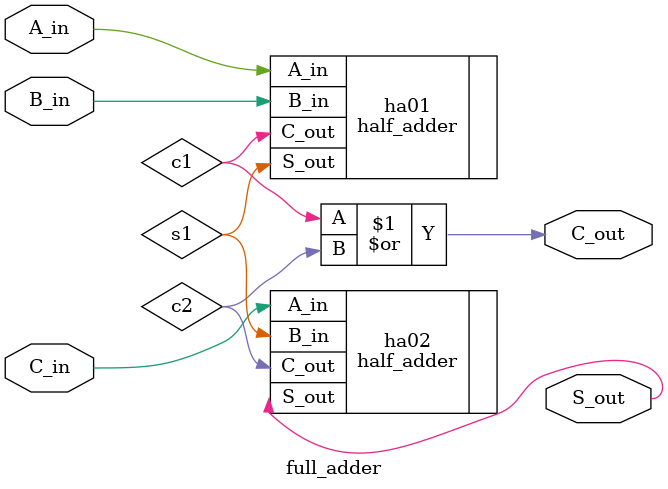
<source format=v>
`timescale 1ns / 1ps


module full_adder(
    input wire A_in,
    input wire B_in,
    input wire C_in,
    output wire S_out,
    output wire C_out
    );
    
    wire c1, c2, s1;
    
    half_adder ha01(
        .A_in(A_in),
        .B_in(B_in),
        .S_out(s1),
        .C_out(c1)
        );
        
    half_adder ha02(
        .A_in(C_in),
        .B_in(s1),
        .S_out(S_out),
        .C_out(c2)
        );
        
    assign C_out = c1|c2;
    
endmodule

</source>
